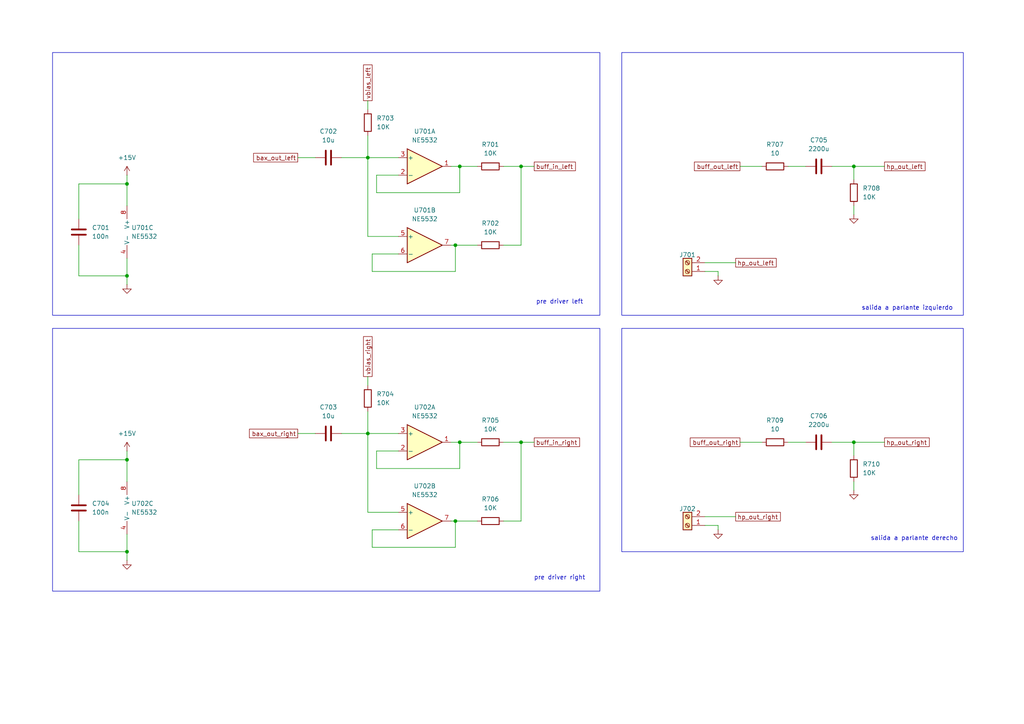
<source format=kicad_sch>
(kicad_sch (version 20250114) (generator "eeschema") (generator_version "9.0")
  (paper "A4")
  (lib_symbols
    (symbol "Amplifier_Operational:NE5532" (pin_names (offset 0.127))
      (property "Reference" "U" (at 0 5.08 0))
      (property "Value" "NE5532" (at 0 -5.08 0))
      (symbol "NE5532_1_1"
        (polyline (pts (xy -5.08 5.08) (xy 5.08 0) (xy -5.08 -5.08) (xy -5.08 5.08)) (stroke (width 0.254)) (fill (type background)))
        (pin input line (at -7.62 2.54 0) (length 2.54) (name "+") (number "3"))
        (pin input line (at -7.62 -2.54 0) (length 2.54) (name "-") (number "2"))
        (pin output line (at 7.62 0 180) (length 2.54) (name "~") (number "1"))
      )
      (symbol "NE5532_2_1"
        (polyline (pts (xy -5.08 5.08) (xy 5.08 0) (xy -5.08 -5.08) (xy -5.08 5.08)) (stroke (width 0.254)) (fill (type background)))
        (pin input line (at -7.62 2.54 0) (length 2.54) (name "+") (number "5"))
        (pin input line (at -7.62 -2.54 0) (length 2.54) (name "-") (number "6"))
        (pin output line (at 7.62 0 180) (length 2.54) (name "~") (number "7"))
      )
      (symbol "NE5532_3_1"
        (pin power_in line (at -2.54 7.62 270) (length 3.81) (name "V+") (number "8"))
        (pin power_in line (at -2.54 -7.62 90) (length 3.81) (name "V-") (number "4"))
      )
    )
    (symbol "Connector:Screw_Terminal_01x02" (pin_names (offset 1.016) (hide yes))
      (property "Reference" "J" (at 0 2.54 0))
      (property "Value" "Screw_Terminal_01x02" (at 0 -5.08 0))
      (symbol "Screw_Terminal_01x02_1_1"
        (rectangle (start -1.27 1.27) (end 1.27 -3.81) (stroke (width 0.254)) (fill (type background)))
        (polyline (pts (xy -0.5334 0.3302) (xy 0.3302 -0.508)) (stroke (width 0.1524)))
        (polyline (pts (xy -0.5334 -2.2098) (xy 0.3302 -3.048)) (stroke (width 0.1524)))
        (polyline (pts (xy -0.3556 0.508) (xy 0.508 -0.3302)) (stroke (width 0.1524)))
        (polyline (pts (xy -0.3556 -2.032) (xy 0.508 -2.8702)) (stroke (width 0.1524)))
        (circle (center 0 0) (radius 0.635) (stroke (width 0.1524)))
        (circle (center 0 -2.54) (radius 0.635) (stroke (width 0.1524)))
        (pin passive line (at -5.08 0 0) (length 3.81) (name "Pin_1") (number "1"))
        (pin passive line (at -5.08 -2.54 0) (length 3.81) (name "Pin_2") (number "2"))
      )
    )
    (symbol "Device:C" (pin_numbers (hide yes)) (pin_names (offset 0.254))
      (property "Reference" "C" (at 0.635 2.54 0))
      (property "Value" "C" (at 0.635 -2.54 0))
      (symbol "C_0_1"
        (polyline (pts (xy -2.032 0.762) (xy 2.032 0.762)) (stroke (width 0.508)))
        (polyline (pts (xy -2.032 -0.762) (xy 2.032 -0.762)) (stroke (width 0.508)))
      )
      (symbol "C_1_1"
        (pin passive line (at 0 3.81 270) (length 2.794) (name "~") (number "1"))
        (pin passive line (at 0 -3.81 90) (length 2.794) (name "~") (number "2"))
      )
    )
    (symbol "Device:R" (pin_numbers (hide yes)) (pin_names (offset 0))
      (property "Reference" "R" (at 2.032 0 90))
      (property "Value" "R" (at 0 0 90))
      (symbol "R_0_1"
        (rectangle (start -1.016 -2.54) (end 1.016 2.54) (stroke (width 0.254)))
      )
      (symbol "R_1_1"
        (pin passive line (at 0 3.81 270) (length 1.27) (name "~") (number "1"))
        (pin passive line (at 0 -3.81 90) (length 1.27) (name "~") (number "2"))
      )
    )
    (symbol "power:+15V" (power) (pin_numbers (hide yes)) (pin_names (offset 0) (hide yes))
      (property "Value" "+15V" (at 0 3.556 0))
      (symbol "+15V_0_1"
        (polyline (pts (xy -0.762 1.27) (xy 0 2.54)))
        (polyline (pts (xy 0 2.54) (xy 0.762 1.27)))
        (polyline (pts (xy 0 0) (xy 0 2.54)))
      )
      (symbol "+15V_1_1"
        (pin power_in line (at 0 0 90) (length 0) (name "~") (number "1"))
      )
    )
    (symbol "power:GND" (power) (pin_numbers (hide yes)) (pin_names (offset 0) (hide yes))
      (property "Value" "GND" (at 0 -3.81 0))
      (symbol "GND_0_1"
        (polyline (pts (xy 0 0) (xy 0 -1.27) (xy 1.27 -1.27) (xy 0 -2.54) (xy -1.27 -1.27) (xy 0 -1.27)))
      )
      (symbol "GND_1_1"
        (pin power_in line (at 0 0 270) (length 0) (name "~") (number "1"))
      )
    )
  )
  (rectangle (start 15.24 95.25) (end 173.99 171.45))
  (rectangle (start 180.34 15.24) (end 279.4 91.44))
  (rectangle (start 15.24 15.24) (end 173.99 91.44))
  (rectangle (start 180.34 95.25) (end 279.4 160.02))
  (text "salida a parlante derecho" (at 265.176 156.21 0) (effects (font (size 1.27 1.27))))
  (text "pre driver left" (at 162.306 87.63 0) (effects (font (size 1.27 1.27))))
  (text "salida a parlante izquierdo" (at 263.144 89.408 0) (effects (font (size 1.27 1.27))))
  (text "pre driver right" (at 162.306 167.64 0) (effects (font (size 1.27 1.27))))
  (junction (at 132.08 151.13))
  (junction (at 106.68 125.73))
  (junction (at 247.65 48.26))
  (junction (at 151.13 128.27))
  (junction (at 36.83 133.35))
  (junction (at 36.83 53.34))
  (junction (at 247.65 128.27))
  (junction (at 36.83 160.02))
  (junction (at 133.35 48.26))
  (junction (at 36.83 80.01))
  (junction (at 133.35 128.27))
  (junction (at 151.13 48.26))
  (junction (at 106.68 45.72))
  (junction (at 132.08 71.12))
  (wire (pts (xy 132.08 151.13) (xy 130.81 151.13)))
  (wire (pts (xy 36.83 154.94) (xy 36.83 160.02)))
  (wire (pts (xy 115.57 130.81) (xy 109.22 130.81)))
  (wire (pts (xy 99.06 125.73) (xy 106.68 125.73)))
  (wire (pts (xy 208.28 80.01) (xy 208.28 78.74)))
  (wire (pts (xy 208.28 152.4) (xy 204.47 152.4)))
  (wire (pts (xy 36.83 80.01) (xy 36.83 82.55)))
  (wire (pts (xy 106.68 68.58) (xy 106.68 45.72)))
  (wire (pts (xy 36.83 80.01) (xy 22.86 80.01)))
  (wire (pts (xy 228.6 128.27) (xy 233.68 128.27)))
  (wire (pts (xy 107.95 158.75) (xy 132.08 158.75)))
  (wire (pts (xy 106.68 148.59) (xy 106.68 125.73)))
  (wire (pts (xy 106.68 29.21) (xy 106.68 31.75)))
  (wire (pts (xy 36.83 74.93) (xy 36.83 80.01)))
  (wire (pts (xy 151.13 128.27) (xy 154.94 128.27)))
  (wire (pts (xy 36.83 130.81) (xy 36.83 133.35)))
  (wire (pts (xy 208.28 153.67) (xy 208.28 152.4)))
  (wire (pts (xy 22.86 133.35) (xy 22.86 143.51)))
  (wire (pts (xy 115.57 148.59) (xy 106.68 148.59)))
  (wire (pts (xy 151.13 128.27) (xy 146.05 128.27)))
  (wire (pts (xy 133.35 135.89) (xy 133.35 128.27)))
  (wire (pts (xy 107.95 153.67) (xy 107.95 158.75)))
  (wire (pts (xy 36.83 160.02) (xy 36.83 162.56)))
  (wire (pts (xy 36.83 133.35) (xy 22.86 133.35)))
  (wire (pts (xy 214.63 48.26) (xy 220.98 48.26)))
  (wire (pts (xy 132.08 78.74) (xy 132.08 71.12)))
  (wire (pts (xy 228.6 48.26) (xy 233.68 48.26)))
  (wire (pts (xy 109.22 55.88) (xy 133.35 55.88)))
  (wire (pts (xy 133.35 55.88) (xy 133.35 48.26)))
  (wire (pts (xy 109.22 50.8) (xy 109.22 55.88)))
  (wire (pts (xy 247.65 52.07) (xy 247.65 48.26)))
  (wire (pts (xy 36.83 53.34) (xy 22.86 53.34)))
  (wire (pts (xy 130.81 48.26) (xy 133.35 48.26)))
  (wire (pts (xy 151.13 48.26) (xy 146.05 48.26)))
  (wire (pts (xy 36.83 59.69) (xy 36.83 53.34)))
  (wire (pts (xy 106.68 109.22) (xy 106.68 111.76)))
  (wire (pts (xy 106.68 39.37) (xy 106.68 45.72)))
  (wire (pts (xy 151.13 71.12) (xy 151.13 48.26)))
  (wire (pts (xy 86.36 125.73) (xy 91.44 125.73)))
  (wire (pts (xy 146.05 71.12) (xy 151.13 71.12)))
  (wire (pts (xy 115.57 153.67) (xy 107.95 153.67)))
  (wire (pts (xy 99.06 45.72) (xy 106.68 45.72)))
  (wire (pts (xy 133.35 128.27) (xy 138.43 128.27)))
  (wire (pts (xy 214.63 128.27) (xy 220.98 128.27)))
  (wire (pts (xy 151.13 48.26) (xy 154.94 48.26)))
  (wire (pts (xy 109.22 130.81) (xy 109.22 135.89)))
  (wire (pts (xy 115.57 68.58) (xy 106.68 68.58)))
  (wire (pts (xy 247.65 59.69) (xy 247.65 62.23)))
  (wire (pts (xy 146.05 151.13) (xy 151.13 151.13)))
  (wire (pts (xy 106.68 125.73) (xy 115.57 125.73)))
  (wire (pts (xy 247.65 128.27) (xy 241.3 128.27)))
  (wire (pts (xy 22.86 80.01) (xy 22.86 71.12)))
  (wire (pts (xy 22.86 160.02) (xy 22.86 151.13)))
  (wire (pts (xy 132.08 151.13) (xy 138.43 151.13)))
  (wire (pts (xy 115.57 73.66) (xy 107.95 73.66)))
  (wire (pts (xy 247.65 132.08) (xy 247.65 128.27)))
  (wire (pts (xy 133.35 48.26) (xy 138.43 48.26)))
  (wire (pts (xy 132.08 71.12) (xy 138.43 71.12)))
  (wire (pts (xy 106.68 119.38) (xy 106.68 125.73)))
  (wire (pts (xy 115.57 50.8) (xy 109.22 50.8)))
  (wire (pts (xy 109.22 135.89) (xy 133.35 135.89)))
  (wire (pts (xy 247.65 48.26) (xy 256.54 48.26)))
  (wire (pts (xy 130.81 128.27) (xy 133.35 128.27)))
  (wire (pts (xy 208.28 78.74) (xy 204.47 78.74)))
  (wire (pts (xy 132.08 71.12) (xy 130.81 71.12)))
  (wire (pts (xy 36.83 160.02) (xy 22.86 160.02)))
  (wire (pts (xy 204.47 76.2) (xy 213.36 76.2)))
  (wire (pts (xy 204.47 149.86) (xy 213.36 149.86)))
  (wire (pts (xy 247.65 139.7) (xy 247.65 142.24)))
  (wire (pts (xy 107.95 78.74) (xy 132.08 78.74)))
  (wire (pts (xy 86.36 45.72) (xy 91.44 45.72)))
  (wire (pts (xy 22.86 53.34) (xy 22.86 63.5)))
  (wire (pts (xy 36.83 50.8) (xy 36.83 53.34)))
  (wire (pts (xy 247.65 48.26) (xy 241.3 48.26)))
  (wire (pts (xy 247.65 128.27) (xy 256.54 128.27)))
  (wire (pts (xy 107.95 73.66) (xy 107.95 78.74)))
  (wire (pts (xy 151.13 151.13) (xy 151.13 128.27)))
  (wire (pts (xy 36.83 139.7) (xy 36.83 133.35)))
  (wire (pts (xy 132.08 158.75) (xy 132.08 151.13)))
  (wire (pts (xy 106.68 45.72) (xy 115.57 45.72)))
  (global_label "buff_in_right" (shape passive) (at 154.94 128.27 0) (property "Intersheetrefs" "${INTERSHEET_REFS}" (effects (hide yes))))
  (global_label "buff_out_left" (shape passive) (at 214.63 48.26 180) (property "Intersheetrefs" "${INTERSHEET_REFS}" (effects (hide yes))))
  (global_label "buff_out_right" (shape passive) (at 214.63 128.27 180) (property "Intersheetrefs" "${INTERSHEET_REFS}" (effects (hide yes))))
  (global_label "buff_in_left" (shape passive) (at 154.94 48.26 0) (property "Intersheetrefs" "${INTERSHEET_REFS}" (effects (hide yes))))
  (global_label "bax_out_right" (shape passive) (at 86.36 125.73 180) (property "Intersheetrefs" "${INTERSHEET_REFS}" (effects (hide yes))))
  (global_label "hp_out_left" (shape passive) (at 256.54 48.26 0) (property "Intersheetrefs" "${INTERSHEET_REFS}" (effects (hide yes))))
  (global_label "vbias_right" (shape passive) (at 106.68 109.22 90) (property "Intersheetrefs" "${INTERSHEET_REFS}" (effects (hide yes))))
  (global_label "hp_out_right" (shape passive) (at 256.54 128.27 0) (property "Intersheetrefs" "${INTERSHEET_REFS}" (effects (hide yes))))
  (global_label "hp_out_right" (shape passive) (at 213.36 149.86 0) (property "Intersheetrefs" "${INTERSHEET_REFS}" (effects (hide yes))))
  (global_label "hp_out_left" (shape passive) (at 213.36 76.2 0) (property "Intersheetrefs" "${INTERSHEET_REFS}" (effects (hide yes))))
  (global_label "vbias_left" (shape passive) (at 106.68 29.21 90) (property "Intersheetrefs" "${INTERSHEET_REFS}" (effects (hide yes))))
  (global_label "bax_out_left" (shape passive) (at 86.36 45.72 180) (property "Intersheetrefs" "${INTERSHEET_REFS}" (effects (hide yes))))
  (symbol (lib_id "Device:R") (at 106.68 35.56 180) (unit 1)
    (property "Reference" "R703" (at 109.22 34.2899 0) (effects (justify right)))
    (property "Value" "10K" (at 109.22 36.8299 0) (effects (justify right)))
    (property "Footprint" "Resistor_SMD:R_0805_2012Metric" (effects (hide yes)))
    (property "Description" "Resistor" (effects (hide yes)))
  )
  (symbol (lib_id "power:+15V") (at 36.83 50.8 0) (unit 1)
    (property "Reference" "#PWR0701" (effects (hide yes)))
    (property "Value" "+15V" (at 36.83 45.72 0))
    (property "Description" "Power symbol creates a global label with name \"+15V\"" (effects (hide yes)))
  )
  (symbol (lib_id "Device:R") (at 224.79 128.27 90) (unit 1)
    (property "Reference" "R709" (at 224.79 121.92 90))
    (property "Value" "10" (at 224.79 124.46 90))
    (property "Footprint" "Resistor_SMD:R_0805_2012Metric" (effects (hide yes)))
    (property "Description" "Resistor" (effects (hide yes)))
  )
  (symbol (lib_id "Device:C") (at 95.25 125.73 90) (unit 1)
    (property "Reference" "C703" (at 95.25 118.11 90))
    (property "Value" "10u" (at 95.25 120.65 90))
    (property "Footprint" "Capacitor_SMD:C_0805_2012Metric" (effects (hide yes)))
    (property "Description" "Unpolarized capacitor" (effects (hide yes)))
  )
  (symbol (lib_id "Device:R") (at 142.24 71.12 90) (unit 1)
    (property "Reference" "R702" (at 142.24 64.77 90))
    (property "Value" "10K" (at 142.24 67.31 90))
    (property "Footprint" "Resistor_SMD:R_0805_2012Metric" (effects (hide yes)))
    (property "Description" "Resistor" (effects (hide yes)))
  )
  (symbol (lib_id "Device:R") (at 142.24 48.26 90) (unit 1)
    (property "Reference" "R701" (at 142.24 41.91 90))
    (property "Value" "10K" (at 142.24 44.45 90))
    (property "Footprint" "Resistor_SMD:R_0805_2012Metric" (effects (hide yes)))
    (property "Description" "Resistor" (effects (hide yes)))
  )
  (symbol (lib_id "Connector:Screw_Terminal_01x02") (at 199.39 152.4 180) (unit 1)
    (property "Reference" "J702" (at 199.39 147.574 0))
    (property "Value" "Screw_Terminal_01x02" (effects (hide yes)))
    (property "Footprint" "TerminalBlock:TerminalBlock_Altech_AK300-2_P5.00mm" (effects (hide yes)))
    (property "Description" "Generic screw terminal, single row, 01x02, script generated (kicad-library-utils/schlib/autogen/connector/)" (effects (hide yes)))
  )
  (symbol (lib_id "Device:C") (at 22.86 147.32 0) (unit 1)
    (property "Reference" "C704" (at 26.67 146.0499 0) (effects (justify left)))
    (property "Value" "100n" (at 26.67 148.5899 0) (effects (justify left)))
    (property "Footprint" "Capacitor_SMD:C_0805_2012Metric" (effects (hide yes)))
    (property "Description" "Unpolarized capacitor" (effects (hide yes)))
  )
  (symbol (lib_id "Device:C") (at 22.86 67.31 0) (unit 1)
    (property "Reference" "C701" (at 26.67 66.0399 0) (effects (justify left)))
    (property "Value" "100n" (at 26.67 68.5799 0) (effects (justify left)))
    (property "Footprint" "Capacitor_SMD:C_0805_2012Metric" (effects (hide yes)))
    (property "Description" "Unpolarized capacitor" (effects (hide yes)))
  )
  (symbol (lib_id "Device:R") (at 224.79 48.26 90) (unit 1)
    (property "Reference" "R707" (at 224.79 41.91 90))
    (property "Value" "10" (at 224.79 44.45 90))
    (property "Footprint" "Resistor_SMD:R_0805_2012Metric" (effects (hide yes)))
    (property "Description" "Resistor" (effects (hide yes)))
  )
  (symbol (lib_id "Amplifier_Operational:NE5532") (at 123.19 71.12 0) (unit 2)
    (property "Reference" "U701" (at 123.19 60.96 0))
    (property "Value" "NE5532" (at 123.19 63.5 0))
    (property "Footprint" "Package_SO:SOIC-8_3.9x4.9mm_P1.27mm" (effects (hide yes)))
    (property "Datasheet" "http://www.ti.com/lit/ds/symlink/ne5532.pdf" (effects (hide yes)))
    (property "Description" "Dual Low-Noise Operational Amplifiers, DIP-8/SOIC-8" (effects (hide yes)))
  )
  (symbol (lib_id "power:+15V") (at 36.83 130.81 0) (unit 1)
    (property "Reference" "#PWR0703" (effects (hide yes)))
    (property "Value" "+15V" (at 36.83 125.73 0))
    (property "Description" "Power symbol creates a global label with name \"+15V\"" (effects (hide yes)))
  )
  (symbol (lib_id "Amplifier_Operational:NE5532") (at 123.19 48.26 0) (unit 1)
    (property "Reference" "U701" (at 123.19 38.1 0))
    (property "Value" "NE5532" (at 123.19 40.64 0))
    (property "Footprint" "Package_SO:SOIC-8_3.9x4.9mm_P1.27mm" (effects (hide yes)))
    (property "Datasheet" "http://www.ti.com/lit/ds/symlink/ne5532.pdf" (effects (hide yes)))
    (property "Description" "Dual Low-Noise Operational Amplifiers, DIP-8/SOIC-8" (effects (hide yes)))
  )
  (symbol (lib_id "Device:C") (at 95.25 45.72 90) (unit 1)
    (property "Reference" "C702" (at 95.25 38.1 90))
    (property "Value" "10u" (at 95.25 40.64 90))
    (property "Footprint" "Capacitor_SMD:C_0805_2012Metric" (effects (hide yes)))
    (property "Description" "Unpolarized capacitor" (effects (hide yes)))
  )
  (symbol (lib_id "Connector:Screw_Terminal_01x02") (at 199.39 78.74 180) (unit 1)
    (property "Reference" "J701" (at 199.39 73.914 0))
    (property "Value" "Screw_Terminal_01x02" (effects (hide yes)))
    (property "Footprint" "TerminalBlock:TerminalBlock_Altech_AK300-2_P5.00mm" (effects (hide yes)))
    (property "Description" "Generic screw terminal, single row, 01x02, script generated (kicad-library-utils/schlib/autogen/connector/)" (effects (hide yes)))
  )
  (symbol (lib_id "Device:R") (at 247.65 55.88 180) (unit 1)
    (property "Reference" "R708" (at 250.19 54.6099 0) (effects (justify right)))
    (property "Value" "10K" (at 250.19 57.1499 0) (effects (justify right)))
    (property "Footprint" "Resistor_SMD:R_0805_2012Metric" (effects (hide yes)))
    (property "Description" "Resistor" (effects (hide yes)))
  )
  (symbol (lib_id "power:GND") (at 208.28 80.01 0) (unit 1)
    (property "Reference" "#PWR0707" (effects (hide yes)))
    (property "Value" "GND" (effects (hide yes)))
    (property "Description" "Power symbol creates a global label with name \"GND\" , ground" (effects (hide yes)))
  )
  (symbol (lib_id "power:GND") (at 247.65 142.24 0) (unit 1)
    (property "Reference" "#PWR0706" (effects (hide yes)))
    (property "Value" "GND" (effects (hide yes)))
    (property "Description" "Power symbol creates a global label with name \"GND\" , ground" (effects (hide yes)))
  )
  (symbol (lib_id "Device:C") (at 237.49 128.27 90) (unit 1)
    (property "Reference" "C706" (at 237.49 120.65 90))
    (property "Value" "2200u" (at 237.49 123.19 90))
    (property "Footprint" "Capacitor_THT:C_Radial_D16.0mm_H31.5mm_P7.50mm" (effects (hide yes)))
    (property "Description" "Unpolarized capacitor" (effects (hide yes)))
  )
  (symbol (lib_id "Device:R") (at 142.24 128.27 90) (unit 1)
    (property "Reference" "R705" (at 142.24 121.92 90))
    (property "Value" "10K" (at 142.24 124.46 90))
    (property "Footprint" "Resistor_SMD:R_0805_2012Metric" (effects (hide yes)))
    (property "Description" "Resistor" (effects (hide yes)))
  )
  (symbol (lib_id "Device:R") (at 142.24 151.13 90) (unit 1)
    (property "Reference" "R706" (at 142.24 144.78 90))
    (property "Value" "10K" (at 142.24 147.32 90))
    (property "Footprint" "Resistor_SMD:R_0805_2012Metric" (effects (hide yes)))
    (property "Description" "Resistor" (effects (hide yes)))
  )
  (symbol (lib_id "power:GND") (at 208.28 153.67 0) (unit 1)
    (property "Reference" "#PWR0708" (effects (hide yes)))
    (property "Value" "GND" (effects (hide yes)))
    (property "Description" "Power symbol creates a global label with name \"GND\" , ground" (effects (hide yes)))
  )
  (symbol (lib_id "power:GND") (at 36.83 82.55 0) (unit 1)
    (property "Reference" "#PWR0702" (effects (hide yes)))
    (property "Value" "GND" (effects (hide yes)))
    (property "Description" "Power symbol creates a global label with name \"GND\" , ground" (effects (hide yes)))
  )
  (symbol (lib_id "Amplifier_Operational:NE5532") (at 123.19 151.13 0) (unit 2)
    (property "Reference" "U702" (at 123.19 140.97 0))
    (property "Value" "NE5532" (at 123.19 143.51 0))
    (property "Footprint" "Package_SO:SOIC-8_3.9x4.9mm_P1.27mm" (effects (hide yes)))
    (property "Datasheet" "http://www.ti.com/lit/ds/symlink/ne5532.pdf" (effects (hide yes)))
    (property "Description" "Dual Low-Noise Operational Amplifiers, DIP-8/SOIC-8" (effects (hide yes)))
  )
  (symbol (lib_id "Amplifier_Operational:NE5532") (at 123.19 128.27 0) (unit 1)
    (property "Reference" "U702" (at 123.19 118.11 0))
    (property "Value" "NE5532" (at 123.19 120.65 0))
    (property "Footprint" "Package_SO:SOIC-8_3.9x4.9mm_P1.27mm" (effects (hide yes)))
    (property "Datasheet" "http://www.ti.com/lit/ds/symlink/ne5532.pdf" (effects (hide yes)))
    (property "Description" "Dual Low-Noise Operational Amplifiers, DIP-8/SOIC-8" (effects (hide yes)))
  )
  (symbol (lib_id "Device:R") (at 247.65 135.89 180) (unit 1)
    (property "Reference" "R710" (at 250.19 134.6199 0) (effects (justify right)))
    (property "Value" "10K" (at 250.19 137.1599 0) (effects (justify right)))
    (property "Footprint" "Resistor_SMD:R_0805_2012Metric" (effects (hide yes)))
    (property "Description" "Resistor" (effects (hide yes)))
  )
  (symbol (lib_id "Amplifier_Operational:NE5532") (at 39.37 67.31 0) (unit 3)
    (property "Reference" "U701" (at 38.1 66.0399 0) (effects (justify left)))
    (property "Value" "NE5532" (at 38.1 68.5799 0) (effects (justify left)))
    (property "Footprint" "Package_SO:SOIC-8_3.9x4.9mm_P1.27mm" (effects (hide yes)))
    (property "Datasheet" "http://www.ti.com/lit/ds/symlink/ne5532.pdf" (effects (hide yes)))
    (property "Description" "Dual Low-Noise Operational Amplifiers, DIP-8/SOIC-8" (effects (hide yes)))
  )
  (symbol (lib_id "power:GND") (at 36.83 162.56 0) (unit 1)
    (property "Reference" "#PWR0704" (effects (hide yes)))
    (property "Value" "GND" (effects (hide yes)))
    (property "Description" "Power symbol creates a global label with name \"GND\" , ground" (effects (hide yes)))
  )
  (symbol (lib_id "Device:C") (at 237.49 48.26 90) (unit 1)
    (property "Reference" "C705" (at 237.49 40.64 90))
    (property "Value" "2200u" (at 237.49 43.18 90))
    (property "Footprint" "Capacitor_THT:C_Radial_D16.0mm_H31.5mm_P7.50mm" (effects (hide yes)))
    (property "Description" "Unpolarized capacitor" (effects (hide yes)))
  )
  (symbol (lib_id "Device:R") (at 106.68 115.57 180) (unit 1)
    (property "Reference" "R704" (at 109.22 114.2999 0) (effects (justify right)))
    (property "Value" "10K" (at 109.22 116.8399 0) (effects (justify right)))
    (property "Footprint" "Resistor_SMD:R_0805_2012Metric" (effects (hide yes)))
    (property "Description" "Resistor" (effects (hide yes)))
  )
  (symbol (lib_id "power:GND") (at 247.65 62.23 0) (unit 1)
    (property "Reference" "#PWR0705" (effects (hide yes)))
    (property "Value" "GND" (effects (hide yes)))
    (property "Description" "Power symbol creates a global label with name \"GND\" , ground" (effects (hide yes)))
  )
  (symbol (lib_id "Amplifier_Operational:NE5532") (at 39.37 147.32 0) (unit 3)
    (property "Reference" "U702" (at 38.1 146.0499 0) (effects (justify left)))
    (property "Value" "NE5532" (at 38.1 148.5899 0) (effects (justify left)))
    (property "Footprint" "Package_SO:SOIC-8_3.9x4.9mm_P1.27mm" (effects (hide yes)))
    (property "Datasheet" "http://www.ti.com/lit/ds/symlink/ne5532.pdf" (effects (hide yes)))
    (property "Description" "Dual Low-Noise Operational Amplifiers, DIP-8/SOIC-8" (effects (hide yes)))
  )
)
</source>
